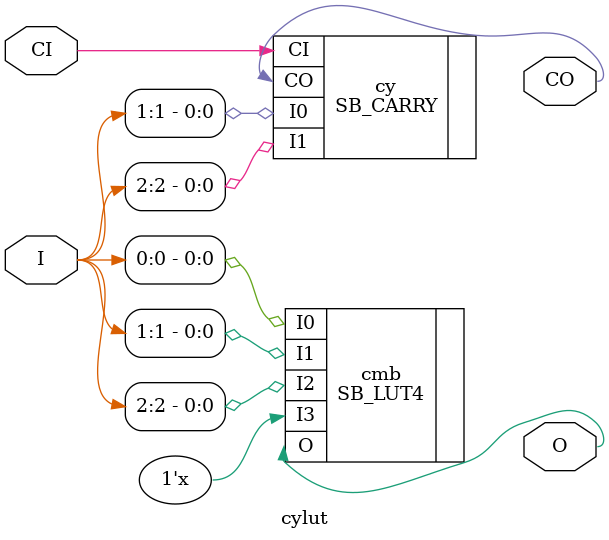
<source format=v>
module cylut
  # ( parameter v=16'h0 )
   (
    input       CI,
    input [2:0] I,
    output      CO,O
    );
   SB_LUT4 #(.LUT_INIT(v)) cmb( .O(O), .I3(I[3]), .I2(I[2]), .I1(I[1]), .I0(I[0]) );
   SB_CARRY cy(               .CO(CO), .CI(CI),   .I1(I[2]), .I0(I[1]));
   
endmodule

</source>
